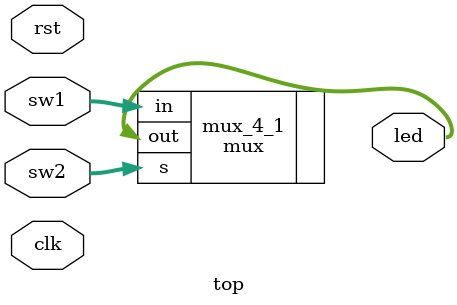
<source format=v>

module top #(
    parameter data_width = 2,
    parameter data_num = 4) 
(
    input [data_num*data_width-1:0] sw1,
    input [1:0] sw2,
    input clk,
    input rst,
    output [data_width-1:0] led
);
    mux mux_4_1(
        .in(sw1),
        .s(sw2),
        .out(led)
    );

endmodule


</source>
